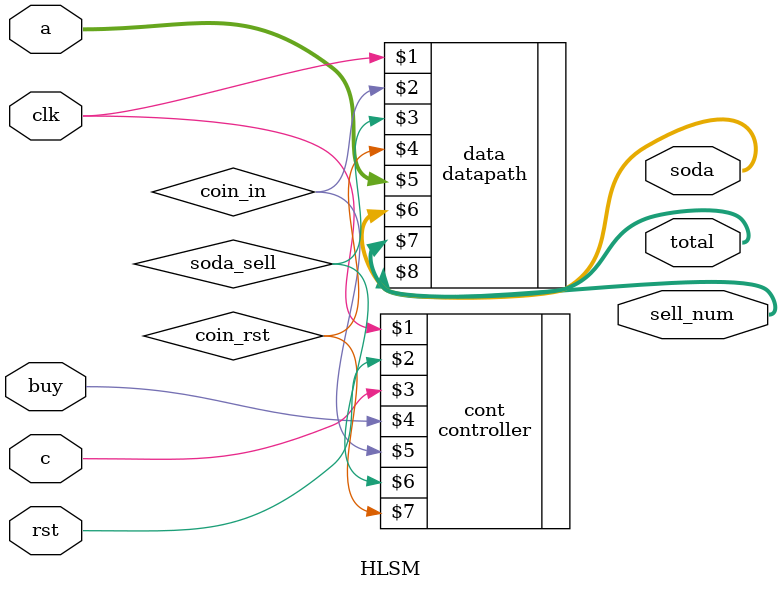
<source format=v>
module HLSM(input clk, rst, c, buy, input [3:0] a, output [7:0] total, soda, sell_num );
    wire  coin_in, soda_sell, coin_rst;
    controller cont(clk, rst, c, buy, coin_in, soda_sell, coin_rst);
    datapath data(clk, coin_in, soda_sell, coin_rst, a, soda, total, sell_num);
endmodule
</source>
